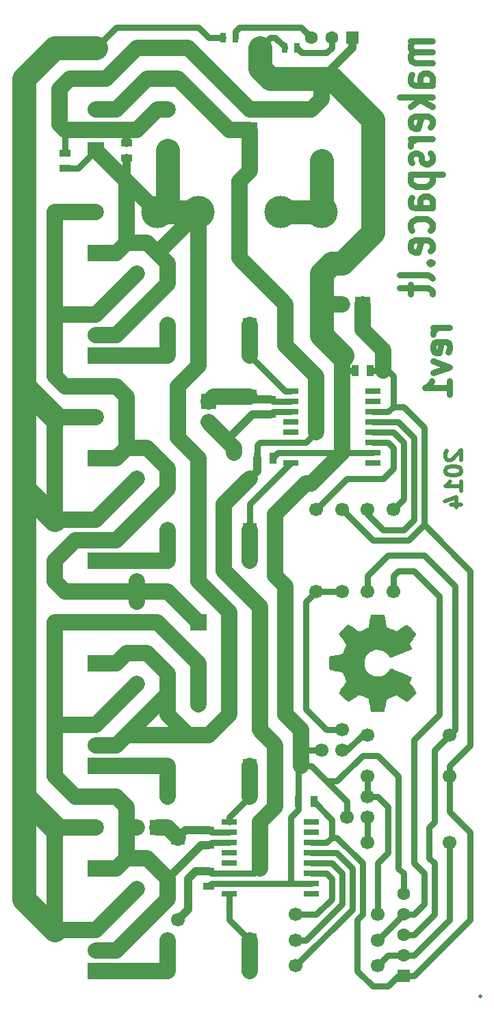
<source format=gbl>
G04 (created by PCBNEW-RS274X (2012-apr-16-27)-stable) date Sat 22 Feb 2014 12:43:39 PM EET*
G01*
G70*
G90*
%MOIN*%
G04 Gerber Fmt 3.4, Leading zero omitted, Abs format*
%FSLAX34Y34*%
G04 APERTURE LIST*
%ADD10C,0.006000*%
%ADD11C,0.029500*%
%ADD12C,0.019700*%
%ADD13C,0.030500*%
%ADD14C,0.000100*%
%ADD15C,0.019700*%
%ADD16C,0.066900*%
%ADD17R,0.078700X0.078700*%
%ADD18C,0.078700*%
%ADD19R,0.075000X0.025000*%
%ADD20R,0.055000X0.035000*%
%ADD21R,0.035000X0.055000*%
%ADD22C,0.157500*%
%ADD23R,0.066900X0.066900*%
%ADD24R,0.063000X0.063000*%
%ADD25C,0.063000*%
%ADD26R,0.074800X0.074800*%
%ADD27C,0.074800*%
%ADD28R,0.025000X0.045000*%
%ADD29C,0.039400*%
%ADD30C,0.078700*%
%ADD31C,0.118100*%
G04 APERTURE END LIST*
G54D10*
G54D11*
X21728Y32603D02*
X20940Y32603D01*
X21165Y32603D02*
X21053Y32547D01*
X20996Y32490D01*
X20940Y32378D01*
X20940Y32265D01*
X21671Y31422D02*
X21728Y31534D01*
X21728Y31759D01*
X21671Y31872D01*
X21559Y31928D01*
X21109Y31928D01*
X20996Y31872D01*
X20940Y31759D01*
X20940Y31534D01*
X20996Y31422D01*
X21109Y31366D01*
X21221Y31366D01*
X21334Y31928D01*
X20940Y30972D02*
X21728Y30691D01*
X20940Y30410D01*
X21728Y29341D02*
X21728Y30016D01*
X21728Y29679D02*
X20547Y29679D01*
X20715Y29791D01*
X20828Y29904D01*
X20884Y30016D01*
G54D12*
X21606Y26600D02*
X21569Y26563D01*
X21531Y26488D01*
X21531Y26300D01*
X21569Y26225D01*
X21606Y26188D01*
X21681Y26150D01*
X21756Y26150D01*
X21868Y26188D01*
X22318Y26638D01*
X22318Y26150D01*
X21531Y25663D02*
X21531Y25588D01*
X21569Y25513D01*
X21606Y25475D01*
X21681Y25438D01*
X21831Y25400D01*
X22018Y25400D01*
X22168Y25438D01*
X22243Y25475D01*
X22281Y25513D01*
X22318Y25588D01*
X22318Y25663D01*
X22281Y25738D01*
X22243Y25775D01*
X22168Y25813D01*
X22018Y25850D01*
X21831Y25850D01*
X21681Y25813D01*
X21606Y25775D01*
X21569Y25738D01*
X21531Y25663D01*
X22318Y24650D02*
X22318Y25100D01*
X22318Y24875D02*
X21531Y24875D01*
X21643Y24950D01*
X21718Y25025D01*
X21756Y25100D01*
X21793Y23975D02*
X22318Y23975D01*
X21494Y24163D02*
X22056Y24350D01*
X22056Y23863D01*
G54D13*
X20887Y46572D02*
X19837Y46572D01*
X19987Y46572D02*
X19912Y46513D01*
X19837Y46397D01*
X19837Y46223D01*
X19912Y46107D01*
X20062Y46049D01*
X20887Y46049D01*
X20062Y46049D02*
X19912Y45991D01*
X19837Y45874D01*
X19837Y45700D01*
X19912Y45584D01*
X20062Y45526D01*
X20887Y45526D01*
X20887Y44422D02*
X20062Y44422D01*
X19912Y44480D01*
X19837Y44596D01*
X19837Y44828D01*
X19912Y44945D01*
X20812Y44422D02*
X20887Y44538D01*
X20887Y44828D01*
X20812Y44945D01*
X20662Y45003D01*
X20512Y45003D01*
X20362Y44945D01*
X20287Y44828D01*
X20287Y44538D01*
X20212Y44422D01*
X20887Y43841D02*
X19312Y43841D01*
X20287Y43724D02*
X20887Y43376D01*
X19837Y43376D02*
X20437Y43841D01*
X20812Y42388D02*
X20887Y42504D01*
X20887Y42736D01*
X20812Y42853D01*
X20662Y42911D01*
X20062Y42911D01*
X19912Y42853D01*
X19837Y42736D01*
X19837Y42504D01*
X19912Y42388D01*
X20062Y42330D01*
X20212Y42330D01*
X20362Y42911D01*
X20887Y41807D02*
X19837Y41807D01*
X20137Y41807D02*
X19987Y41748D01*
X19912Y41690D01*
X19837Y41574D01*
X19837Y41458D01*
X20812Y41110D02*
X20887Y40993D01*
X20887Y40761D01*
X20812Y40645D01*
X20662Y40587D01*
X20587Y40587D01*
X20437Y40645D01*
X20362Y40761D01*
X20362Y40935D01*
X20287Y41052D01*
X20137Y41110D01*
X20062Y41110D01*
X19912Y41052D01*
X19837Y40935D01*
X19837Y40761D01*
X19912Y40645D01*
X19837Y40064D02*
X21412Y40064D01*
X19912Y40064D02*
X19837Y39947D01*
X19837Y39715D01*
X19912Y39599D01*
X19987Y39541D01*
X20137Y39483D01*
X20587Y39483D01*
X20737Y39541D01*
X20812Y39599D01*
X20887Y39715D01*
X20887Y39947D01*
X20812Y40064D01*
X20887Y38437D02*
X20062Y38437D01*
X19912Y38495D01*
X19837Y38611D01*
X19837Y38843D01*
X19912Y38960D01*
X20812Y38437D02*
X20887Y38553D01*
X20887Y38843D01*
X20812Y38960D01*
X20662Y39018D01*
X20512Y39018D01*
X20362Y38960D01*
X20287Y38843D01*
X20287Y38553D01*
X20212Y38437D01*
X20812Y37333D02*
X20887Y37449D01*
X20887Y37681D01*
X20812Y37797D01*
X20737Y37856D01*
X20587Y37914D01*
X20137Y37914D01*
X19987Y37856D01*
X19912Y37797D01*
X19837Y37681D01*
X19837Y37449D01*
X19912Y37333D01*
X20812Y36345D02*
X20887Y36461D01*
X20887Y36693D01*
X20812Y36810D01*
X20662Y36868D01*
X20062Y36868D01*
X19912Y36810D01*
X19837Y36693D01*
X19837Y36461D01*
X19912Y36345D01*
X20062Y36287D01*
X20212Y36287D01*
X20362Y36868D01*
X20737Y35764D02*
X20812Y35705D01*
X20887Y35764D01*
X20812Y35822D01*
X20737Y35764D01*
X20887Y35764D01*
X20887Y35008D02*
X20812Y35124D01*
X20662Y35183D01*
X19312Y35183D01*
X19837Y34718D02*
X19837Y34253D01*
X19312Y34544D02*
X20662Y34544D01*
X20812Y34485D01*
X20887Y34369D01*
X20887Y34253D01*
G54D14*
G36*
X20122Y14818D02*
X20109Y14843D01*
X20074Y14898D01*
X20023Y14977D01*
X19960Y15070D01*
X19897Y15164D01*
X19845Y15241D01*
X19811Y15295D01*
X19798Y15317D01*
X19802Y15329D01*
X19824Y15374D01*
X19858Y15438D01*
X19877Y15476D01*
X19903Y15535D01*
X19908Y15564D01*
X19900Y15569D01*
X19854Y15591D01*
X19777Y15625D01*
X19674Y15670D01*
X19555Y15721D01*
X19425Y15775D01*
X19293Y15830D01*
X19168Y15882D01*
X19055Y15929D01*
X18963Y15966D01*
X18899Y15990D01*
X18871Y15999D01*
X18865Y15996D01*
X18837Y15967D01*
X18798Y15915D01*
X18707Y15803D01*
X18569Y15693D01*
X18413Y15626D01*
X18239Y15603D01*
X18078Y15622D01*
X17923Y15686D01*
X17784Y15794D01*
X17680Y15925D01*
X17615Y16078D01*
X17593Y16250D01*
X17612Y16415D01*
X17674Y16573D01*
X17780Y16712D01*
X17848Y16771D01*
X17989Y16852D01*
X18141Y16898D01*
X18179Y16903D01*
X18345Y16896D01*
X18504Y16847D01*
X18646Y16760D01*
X18763Y16638D01*
X18774Y16623D01*
X18816Y16566D01*
X18845Y16529D01*
X18869Y16499D01*
X19378Y16710D01*
X19459Y16744D01*
X19597Y16802D01*
X19717Y16853D01*
X19813Y16894D01*
X19876Y16922D01*
X19902Y16934D01*
X19903Y16936D01*
X19906Y16954D01*
X19892Y16993D01*
X19858Y17064D01*
X19834Y17111D01*
X19808Y17165D01*
X19798Y17189D01*
X19809Y17210D01*
X19843Y17262D01*
X19894Y17337D01*
X19955Y17428D01*
X20014Y17515D01*
X20067Y17595D01*
X20104Y17653D01*
X20119Y17681D01*
X20119Y17685D01*
X20105Y17710D01*
X20067Y17756D01*
X20001Y17825D01*
X19905Y17923D01*
X19890Y17938D01*
X19808Y18019D01*
X19739Y18084D01*
X19690Y18128D01*
X19668Y18144D01*
X19668Y18144D01*
X19640Y18129D01*
X19582Y18093D01*
X19502Y18040D01*
X19407Y17976D01*
X19163Y17807D01*
X18932Y17900D01*
X18861Y17928D01*
X18775Y17964D01*
X18714Y17991D01*
X18687Y18005D01*
X18678Y18030D01*
X18663Y18093D01*
X18644Y18185D01*
X18624Y18294D01*
X18605Y18398D01*
X18587Y18492D01*
X18574Y18560D01*
X18568Y18591D01*
X18563Y18598D01*
X18548Y18604D01*
X18516Y18608D01*
X18459Y18610D01*
X18369Y18612D01*
X18239Y18612D01*
X18225Y18612D01*
X18101Y18610D01*
X18002Y18608D01*
X17937Y18605D01*
X17911Y18600D01*
X17911Y18600D01*
X17904Y18571D01*
X17890Y18504D01*
X17871Y18410D01*
X17850Y18298D01*
X17849Y18291D01*
X17827Y18179D01*
X17808Y18086D01*
X17793Y18020D01*
X17784Y17993D01*
X17776Y17987D01*
X17732Y17964D01*
X17663Y17932D01*
X17579Y17895D01*
X17491Y17859D01*
X17412Y17827D01*
X17353Y17806D01*
X17326Y17800D01*
X17326Y17800D01*
X17299Y17817D01*
X17241Y17855D01*
X17161Y17910D01*
X17066Y17975D01*
X17058Y17980D01*
X16964Y18044D01*
X16884Y18096D01*
X16827Y18131D01*
X16802Y18144D01*
X16800Y18144D01*
X16772Y18122D01*
X16718Y18074D01*
X16646Y18005D01*
X16563Y17923D01*
X16537Y17896D01*
X16447Y17805D01*
X16389Y17741D01*
X16357Y17701D01*
X16350Y17682D01*
X16351Y17681D01*
X16368Y17653D01*
X16407Y17593D01*
X16462Y17512D01*
X16527Y17416D01*
X16531Y17410D01*
X16595Y17315D01*
X16649Y17237D01*
X16686Y17181D01*
X16700Y17156D01*
X16700Y17152D01*
X16689Y17114D01*
X16666Y17047D01*
X16634Y16964D01*
X16599Y16877D01*
X16565Y16797D01*
X16538Y16738D01*
X16522Y16710D01*
X16521Y16709D01*
X16487Y16699D01*
X16416Y16683D01*
X16319Y16662D01*
X16203Y16641D01*
X16185Y16637D01*
X16072Y16616D01*
X15979Y16598D01*
X15915Y16584D01*
X15888Y16578D01*
X15885Y16562D01*
X15881Y16507D01*
X15878Y16423D01*
X15877Y16321D01*
X15878Y16214D01*
X15880Y16110D01*
X15883Y16021D01*
X15888Y15957D01*
X15893Y15930D01*
X15895Y15929D01*
X15930Y15920D01*
X16000Y15904D01*
X16098Y15884D01*
X16214Y15862D01*
X16235Y15858D01*
X16347Y15837D01*
X16439Y15818D01*
X16502Y15804D01*
X16527Y15797D01*
X16532Y15787D01*
X16553Y15741D01*
X16584Y15666D01*
X16622Y15572D01*
X16709Y15356D01*
X16527Y15091D01*
X16511Y15067D01*
X16446Y14971D01*
X16394Y14893D01*
X16359Y14838D01*
X16346Y14816D01*
X16347Y14814D01*
X16370Y14787D01*
X16419Y14735D01*
X16489Y14663D01*
X16572Y14580D01*
X16634Y14518D01*
X16708Y14445D01*
X16758Y14399D01*
X16790Y14373D01*
X16810Y14364D01*
X16823Y14367D01*
X16850Y14384D01*
X16908Y14423D01*
X16989Y14477D01*
X17082Y14542D01*
X17161Y14595D01*
X17250Y14653D01*
X17313Y14690D01*
X17344Y14703D01*
X17357Y14700D01*
X17409Y14681D01*
X17488Y14650D01*
X17581Y14610D01*
X17791Y14518D01*
X17817Y14380D01*
X17833Y14297D01*
X17856Y14180D01*
X17877Y14068D01*
X17911Y13894D01*
X18551Y13888D01*
X18563Y13915D01*
X18570Y13941D01*
X18584Y14005D01*
X18602Y14097D01*
X18623Y14206D01*
X18640Y14299D01*
X18658Y14392D01*
X18671Y14459D01*
X18677Y14489D01*
X18687Y14496D01*
X18733Y14520D01*
X18804Y14553D01*
X18891Y14590D01*
X18980Y14627D01*
X19063Y14660D01*
X19126Y14683D01*
X19159Y14692D01*
X19183Y14679D01*
X19238Y14644D01*
X19316Y14592D01*
X19409Y14529D01*
X19502Y14465D01*
X19581Y14412D01*
X19638Y14374D01*
X19664Y14359D01*
X19682Y14367D01*
X19727Y14404D01*
X19799Y14474D01*
X19902Y14578D01*
X19919Y14595D01*
X19998Y14678D01*
X20063Y14748D01*
X20106Y14796D01*
X20122Y14818D01*
X20122Y14818D01*
G37*
G54D15*
X23250Y00000D03*
G54D16*
X15500Y12000D03*
X16500Y12000D03*
X16500Y13000D03*
X16750Y08750D03*
X17750Y08750D03*
X17750Y09750D03*
G54D17*
X04500Y41250D03*
G54D18*
X04500Y42250D03*
X04500Y43250D03*
G54D17*
X04500Y21250D03*
G54D18*
X04500Y22250D03*
X04500Y23250D03*
G54D17*
X04500Y31250D03*
G54D18*
X04500Y32250D03*
X04500Y33250D03*
G54D17*
X04500Y01250D03*
G54D18*
X04500Y02250D03*
X04500Y03250D03*
G54D17*
X04500Y11250D03*
G54D18*
X04500Y12250D03*
X04500Y13250D03*
G54D19*
X14000Y26000D03*
X14000Y26500D03*
X14000Y27000D03*
X14000Y27500D03*
X14000Y28000D03*
X14000Y28500D03*
X14000Y29000D03*
X14000Y29500D03*
X18000Y29500D03*
X18000Y29000D03*
X18000Y28500D03*
X18000Y28000D03*
X18000Y27500D03*
X18000Y27000D03*
X18000Y26500D03*
X18000Y26000D03*
X11000Y05000D03*
X11000Y05500D03*
X11000Y06000D03*
X11000Y06500D03*
X11000Y07000D03*
X11000Y07500D03*
X11000Y08000D03*
X11000Y08500D03*
X15000Y08500D03*
X15000Y08000D03*
X15000Y07500D03*
X15000Y07000D03*
X15000Y06500D03*
X15000Y06000D03*
X15000Y05500D03*
X15000Y05000D03*
G54D20*
X10000Y06125D03*
X10000Y05375D03*
X13000Y29125D03*
X13000Y28375D03*
X05500Y43125D03*
X05500Y42375D03*
G54D21*
X12375Y26250D03*
X13125Y26250D03*
X15125Y09500D03*
X14375Y09500D03*
G54D20*
X10000Y08125D03*
X10000Y07375D03*
G54D21*
X17875Y30500D03*
X17125Y30500D03*
G54D20*
X03000Y40375D03*
X03000Y41125D03*
X06000Y40875D03*
X06000Y41625D03*
G54D18*
X04500Y46250D03*
X12500Y46250D03*
G54D16*
X21750Y10750D03*
X17750Y10750D03*
X06500Y11250D03*
X06500Y15250D03*
X08000Y01250D03*
X12000Y01250D03*
X08000Y09750D03*
X12000Y09750D03*
X21750Y07500D03*
X17750Y07500D03*
X14250Y04000D03*
X18250Y04000D03*
X19000Y19750D03*
X19000Y23750D03*
X06500Y01250D03*
X06500Y05250D03*
X06500Y31250D03*
X06500Y35250D03*
X06500Y21250D03*
X06500Y25250D03*
X12000Y31250D03*
X08000Y31250D03*
X12000Y21250D03*
X08000Y21250D03*
X17750Y12750D03*
X21750Y12750D03*
X16500Y19750D03*
X16500Y23750D03*
X17750Y19750D03*
X17750Y23750D03*
X15250Y19750D03*
X15250Y23750D03*
X14250Y02750D03*
X18250Y02750D03*
X14250Y01500D03*
X18250Y01500D03*
G54D22*
X15500Y38250D03*
X13500Y38250D03*
X09500Y38250D03*
X07500Y38250D03*
G54D17*
X04500Y16250D03*
G54D18*
X04500Y18250D03*
G54D17*
X04500Y06250D03*
G54D18*
X04500Y08250D03*
G54D17*
X04500Y36250D03*
G54D18*
X04500Y38250D03*
G54D17*
X04500Y26250D03*
G54D18*
X04500Y28250D03*
G54D23*
X12000Y22750D03*
G54D16*
X08000Y22750D03*
G54D23*
X08500Y07750D03*
G54D16*
X08500Y03750D03*
G54D23*
X12000Y11250D03*
G54D16*
X08000Y11250D03*
G54D23*
X12000Y02750D03*
G54D16*
X08000Y02750D03*
G54D23*
X12000Y32750D03*
G54D16*
X08000Y32750D03*
G54D23*
X12000Y29250D03*
G54D16*
X12000Y25250D03*
G54D24*
X19500Y01000D03*
G54D25*
X19500Y02000D03*
X19500Y03000D03*
X19500Y04000D03*
X19500Y05000D03*
G54D24*
X17000Y46750D03*
G54D25*
X16000Y46750D03*
X15000Y46750D03*
G54D17*
X15500Y44750D03*
G54D18*
X15500Y40750D03*
G54D17*
X09500Y18250D03*
G54D18*
X09500Y14250D03*
G54D17*
X08000Y41250D03*
G54D18*
X08000Y43250D03*
G54D26*
X17500Y33750D03*
G54D27*
X16500Y33750D03*
G54D26*
X07500Y08250D03*
G54D27*
X06500Y08250D03*
G54D26*
X10000Y29000D03*
G54D27*
X10000Y28000D03*
G54D26*
X12000Y42250D03*
G54D27*
X12000Y43250D03*
G54D25*
X06500Y18250D03*
X06500Y20250D03*
X06500Y19250D03*
G54D16*
X11250Y26500D03*
X07250Y26500D03*
G54D28*
X10700Y46750D03*
X11300Y46750D03*
X13700Y46250D03*
X14300Y46250D03*
G54D11*
X12500Y27000D02*
X12375Y26875D01*
G54D29*
X05500Y43125D02*
X05500Y43250D01*
G54D11*
X14000Y27000D02*
X14750Y27000D01*
G54D30*
X13250Y09250D02*
X12500Y08500D01*
X12000Y40250D02*
X12000Y42250D01*
G54D11*
X14000Y27000D02*
X12500Y27000D01*
G54D30*
X05500Y43250D02*
X04500Y43250D01*
G54D11*
X11000Y06000D02*
X10125Y06000D01*
G54D30*
X12000Y40250D02*
X11500Y39750D01*
X12500Y19000D02*
X12500Y13000D01*
X12500Y08500D02*
X12500Y06250D01*
G54D29*
X09000Y04250D02*
X08500Y03750D01*
G54D30*
X12000Y25250D02*
X12000Y25250D01*
G54D11*
X14750Y27000D02*
X15250Y27500D01*
X10125Y06000D02*
X10000Y06125D01*
G54D30*
X13250Y12250D02*
X13250Y09250D01*
G54D29*
X09375Y06125D02*
X09000Y05750D01*
G54D30*
X12000Y42250D02*
X11000Y42250D01*
G54D11*
X11000Y06000D02*
X12250Y06000D01*
G54D30*
X15250Y30250D02*
X15250Y27500D01*
X13750Y31750D02*
X15250Y30250D01*
G54D29*
X12375Y25625D02*
X12000Y25250D01*
X12375Y26250D02*
X12375Y25625D01*
G54D30*
X12000Y25250D02*
X10750Y24000D01*
X13750Y33750D02*
X13750Y31750D01*
X10750Y24000D02*
X10750Y20750D01*
X07000Y44750D02*
X05500Y43250D01*
X08500Y44750D02*
X07000Y44750D01*
G54D11*
X12250Y06000D02*
X12500Y06250D01*
G54D30*
X11500Y39750D02*
X11500Y36000D01*
X11000Y42250D02*
X08500Y44750D01*
X11500Y36000D02*
X13750Y33750D01*
X12500Y13000D02*
X13250Y12250D01*
G54D29*
X10000Y06125D02*
X09375Y06125D01*
G54D30*
X10750Y20750D02*
X12500Y19000D01*
G54D29*
X09000Y05750D02*
X09000Y04250D01*
G54D11*
X12375Y26875D02*
X12375Y26250D01*
G54D30*
X09500Y26250D02*
X08500Y27250D01*
X09500Y38250D02*
X07500Y36250D01*
X07000Y36750D02*
X07500Y36250D01*
X08500Y29750D02*
X09500Y30750D01*
G54D11*
X03000Y40375D02*
X03625Y40375D01*
G54D30*
X08000Y13750D02*
X08000Y14250D01*
X06000Y12750D02*
X05500Y12250D01*
G54D31*
X08000Y41250D02*
X08000Y38750D01*
X09500Y38250D02*
X07500Y38250D01*
G54D30*
X09500Y34250D02*
X09500Y33250D01*
X09500Y38250D02*
X09500Y34250D01*
G54D29*
X06000Y40875D02*
X06000Y39750D01*
G54D30*
X07500Y36250D02*
X08000Y35750D01*
X06000Y16750D02*
X07000Y16750D01*
X11000Y18750D02*
X11000Y13750D01*
X05500Y32250D02*
X04500Y32250D01*
X08000Y34750D02*
X05500Y32250D01*
X09500Y32750D02*
X09500Y32250D01*
X07500Y38250D02*
X06000Y39750D01*
X08000Y15750D02*
X08000Y14750D01*
X05500Y12250D02*
X04500Y12250D01*
X06000Y12750D02*
X08000Y14750D01*
X11000Y13750D02*
X10000Y12750D01*
X07000Y16750D02*
X08000Y15750D01*
X06000Y36750D02*
X07000Y36750D01*
X08000Y38750D02*
X07500Y38250D01*
X05500Y16250D02*
X06000Y16750D01*
X04500Y41250D02*
X06000Y39750D01*
X08500Y29750D02*
X08500Y27250D01*
X05500Y36250D02*
X06000Y36750D01*
X09000Y12750D02*
X06000Y12750D01*
X08000Y35750D02*
X08000Y34750D01*
X08000Y14750D02*
X08000Y14250D01*
G54D31*
X08000Y38750D02*
X07500Y38250D01*
G54D30*
X09500Y26250D02*
X09500Y20250D01*
X09500Y20250D02*
X11000Y18750D01*
X09500Y33250D02*
X09500Y32750D01*
X04500Y36250D02*
X05500Y36250D01*
X09500Y32250D02*
X09500Y30750D01*
X08000Y14250D02*
X08000Y14750D01*
X06000Y39750D02*
X06000Y36750D01*
X09000Y12750D02*
X08000Y13750D01*
G54D11*
X03625Y40375D02*
X04500Y41250D01*
G54D30*
X04500Y16250D02*
X05500Y16250D01*
X10000Y12750D02*
X09000Y12750D01*
G54D11*
X16500Y23750D02*
X18000Y22250D01*
X19000Y28750D02*
X19000Y29000D01*
G54D30*
X17500Y33750D02*
X17500Y32500D01*
G54D11*
X16000Y08625D02*
X15125Y09500D01*
X16000Y08000D02*
X16000Y08625D01*
X21750Y09000D02*
X21750Y10750D01*
X15750Y07500D02*
X16000Y07750D01*
G54D30*
X17500Y32500D02*
X18500Y31500D01*
X18500Y31500D02*
X18500Y30500D01*
G54D11*
X19750Y22250D02*
X20500Y23000D01*
X21750Y10750D02*
X21750Y11250D01*
X18000Y22250D02*
X19750Y22250D01*
X19000Y29000D02*
X19000Y30250D01*
X19500Y01000D02*
X19250Y01000D01*
X20500Y23000D02*
X20500Y23250D01*
X20500Y27750D02*
X19500Y28750D01*
X18000Y00500D02*
X17250Y01250D01*
X15000Y07500D02*
X15750Y07500D01*
X18750Y30500D02*
X18500Y30500D01*
X16000Y07750D02*
X16000Y08000D01*
X22750Y20750D02*
X20500Y23000D01*
X19500Y28750D02*
X19000Y28750D01*
X17250Y01250D02*
X17250Y03750D01*
X19250Y01000D02*
X18750Y00500D01*
X18000Y28500D02*
X18750Y28500D01*
X22000Y08750D02*
X21750Y09000D01*
X18750Y28500D02*
X19000Y28750D01*
X17250Y03750D02*
X17500Y04000D01*
X22750Y03750D02*
X22750Y08000D01*
X18750Y00500D02*
X18000Y00500D01*
X19000Y30250D02*
X18750Y30500D01*
X17500Y06500D02*
X16250Y07750D01*
X16250Y07750D02*
X16000Y07750D01*
X18500Y30500D02*
X17875Y30500D01*
X17500Y04000D02*
X17500Y06500D01*
X19500Y01000D02*
X20000Y01000D01*
X22750Y12250D02*
X22750Y20750D01*
X21750Y11250D02*
X22750Y12250D01*
X20000Y01000D02*
X22750Y03750D01*
X22750Y08000D02*
X22000Y08750D01*
X20500Y23250D02*
X20500Y27750D01*
G54D30*
X08000Y24750D02*
X05500Y22250D01*
X06000Y29250D02*
X06000Y26750D01*
X08000Y25750D02*
X08000Y24750D01*
X06500Y35250D02*
X04500Y33250D01*
X06500Y19250D02*
X06500Y19750D01*
X06000Y26750D02*
X07000Y26750D01*
X04500Y22250D02*
X03500Y22250D01*
X03000Y29750D02*
X05500Y29750D01*
X02500Y30250D02*
X03000Y29750D01*
X05500Y29750D02*
X06000Y29250D01*
X07000Y26750D02*
X08000Y25750D01*
X03000Y19750D02*
X06500Y19750D01*
X04500Y26250D02*
X05500Y26250D01*
X02500Y33250D02*
X02500Y30250D01*
X06500Y20250D02*
X06500Y19750D01*
X02500Y38250D02*
X04500Y38250D01*
X02500Y33250D02*
X02500Y38250D01*
X03500Y22250D02*
X02500Y21250D01*
X02500Y21250D02*
X02500Y20250D01*
X05500Y26250D02*
X06000Y26750D01*
X02500Y33250D02*
X04500Y33250D01*
X09500Y18250D02*
X08000Y19750D01*
X08000Y19750D02*
X06500Y19750D01*
X05500Y22250D02*
X04500Y22250D01*
X02500Y20250D02*
X03000Y19750D01*
X07250Y26500D02*
X07000Y26750D01*
X09500Y14750D02*
X09500Y16250D01*
X08000Y04750D02*
X05500Y02250D01*
X02500Y10750D02*
X03500Y09750D01*
X07500Y18250D02*
X04500Y18250D01*
X08000Y05750D02*
X08000Y04750D01*
X03500Y09750D02*
X05500Y09750D01*
X06000Y06750D02*
X07000Y06750D01*
X05500Y02250D02*
X04500Y02250D01*
X09500Y16250D02*
X07500Y18250D01*
X06500Y18250D02*
X04500Y18250D01*
X02500Y13250D02*
X04500Y13250D01*
X02500Y13250D02*
X02500Y18250D01*
G54D11*
X10125Y07500D02*
X10000Y07375D01*
G54D30*
X06000Y09250D02*
X06000Y08250D01*
X05500Y09750D02*
X06000Y09250D01*
X06500Y08250D02*
X06000Y08250D01*
X06000Y08250D02*
X06000Y06750D01*
X05500Y06250D02*
X06000Y06750D01*
X07000Y06750D02*
X08000Y05750D01*
X06000Y14750D02*
X04500Y13250D01*
X09500Y14250D02*
X09500Y14750D01*
G54D11*
X11000Y07500D02*
X10125Y07500D01*
G54D30*
X02500Y18250D02*
X04500Y18250D01*
X04500Y06250D02*
X05500Y06250D01*
G54D29*
X10000Y07375D02*
X09625Y07375D01*
X09625Y07375D02*
X08000Y05750D01*
G54D30*
X02500Y13250D02*
X02500Y10750D01*
X06500Y15250D02*
X06000Y14750D01*
X02500Y28250D02*
X04500Y28250D01*
G54D31*
X01000Y04750D02*
X02500Y03250D01*
X01000Y44750D02*
X01000Y29750D01*
X01000Y09750D02*
X02500Y08250D01*
G54D11*
X05500Y47250D02*
X04500Y46250D01*
X09500Y47250D02*
X05500Y47250D01*
G54D31*
X01000Y24750D02*
X02500Y23250D01*
X01000Y24750D02*
X01000Y09750D01*
X04500Y46250D02*
X02500Y46250D01*
G54D11*
X10000Y46750D02*
X09500Y47250D01*
G54D30*
X04500Y23250D02*
X02500Y23250D01*
X06500Y25250D02*
X04500Y23250D01*
G54D31*
X01000Y29750D02*
X02500Y28250D01*
G54D11*
X10700Y46750D02*
X10000Y46750D01*
G54D31*
X01000Y29750D02*
X01000Y24250D01*
X02500Y46250D02*
X01000Y44750D01*
G54D30*
X02500Y08250D02*
X04500Y08250D01*
X02500Y23250D02*
X02500Y28250D01*
X04500Y03250D02*
X02500Y03250D01*
G54D31*
X01000Y09750D02*
X01000Y04750D01*
X01000Y24250D02*
X01000Y24750D01*
G54D30*
X06500Y05250D02*
X04500Y03250D01*
X02500Y03250D02*
X02500Y08250D01*
X12000Y43250D02*
X15000Y43250D01*
X14750Y25000D02*
X15000Y25000D01*
X06500Y42250D02*
X06000Y42250D01*
G54D11*
X03000Y41125D02*
X03000Y42250D01*
G54D31*
X16000Y44750D02*
X15500Y44750D01*
G54D30*
X02750Y44250D02*
X03250Y44750D01*
G54D11*
X16750Y30500D02*
X16500Y30500D01*
G54D29*
X17000Y46250D02*
X15500Y44750D01*
G54D11*
X13000Y46750D02*
X12500Y46250D01*
G54D31*
X13000Y44750D02*
X12500Y45250D01*
G54D30*
X15000Y43250D02*
X15500Y43750D01*
G54D31*
X16000Y44750D02*
X18000Y42750D01*
G54D30*
X08000Y43250D02*
X07500Y43250D01*
X13250Y20500D02*
X13250Y23500D01*
G54D11*
X14000Y26500D02*
X13375Y26500D01*
G54D30*
X16500Y33750D02*
X15500Y33750D01*
G54D31*
X15500Y35250D02*
X15500Y34000D01*
G54D11*
X13700Y46300D02*
X13250Y46750D01*
G54D31*
X18000Y42750D02*
X18000Y37250D01*
G54D11*
X16500Y26500D02*
X18000Y26500D01*
X16250Y10500D02*
X15750Y10500D01*
X13700Y46250D02*
X13700Y46300D01*
G54D30*
X04500Y42250D02*
X03000Y42250D01*
G54D11*
X15500Y12000D02*
X14500Y12000D01*
G54D31*
X15500Y44750D02*
X13000Y44750D01*
G54D30*
X14500Y12000D02*
X14500Y13000D01*
X14500Y11500D02*
X14500Y12000D01*
X03000Y42250D02*
X02750Y42500D01*
X05000Y44750D02*
X06500Y46250D01*
G54D11*
X13375Y26500D02*
X13125Y26250D01*
X14000Y26500D02*
X16500Y26500D01*
G54D30*
X14500Y13000D02*
X13750Y13750D01*
X13250Y23500D02*
X14750Y25000D01*
X15500Y33750D02*
X15750Y34000D01*
G54D11*
X16500Y30500D02*
X16750Y30500D01*
G54D31*
X16500Y35750D02*
X16000Y35750D01*
G54D30*
X02750Y42500D02*
X02750Y44250D01*
G54D31*
X16000Y35750D02*
X15500Y35250D01*
G54D30*
X09000Y46250D02*
X12000Y43250D01*
G54D11*
X16750Y08750D02*
X16750Y09500D01*
G54D30*
X06000Y42250D02*
X04500Y42250D01*
G54D11*
X19500Y05000D02*
X19500Y06000D01*
X14375Y09125D02*
X14000Y08750D01*
X14000Y08750D02*
X14000Y05500D01*
X14375Y11125D02*
X14500Y11250D01*
X14375Y09500D02*
X14375Y09125D01*
X15750Y10500D02*
X15000Y11250D01*
X16750Y09500D02*
X15750Y10500D01*
G54D30*
X15750Y34000D02*
X15500Y34000D01*
G54D11*
X10125Y05500D02*
X10000Y05375D01*
X11000Y05500D02*
X10125Y05500D01*
X11000Y05500D02*
X14000Y05500D01*
X14000Y05500D02*
X15000Y05500D01*
X17500Y11750D02*
X16250Y10500D01*
X18250Y11750D02*
X17500Y11750D01*
X19250Y10750D02*
X18250Y11750D01*
X19250Y06250D02*
X19250Y10750D01*
X19500Y06000D02*
X19250Y06250D01*
X15000Y11250D02*
X14500Y11250D01*
G54D30*
X13750Y13750D02*
X13750Y20000D01*
X03250Y44750D02*
X05000Y44750D01*
X16500Y30500D02*
X16500Y26500D01*
X06500Y46250D02*
X09000Y46250D01*
G54D29*
X04625Y42375D02*
X04500Y42250D01*
G54D31*
X18000Y37250D02*
X16500Y35750D01*
G54D30*
X13750Y20000D02*
X13250Y20500D01*
G54D11*
X14375Y09500D02*
X14375Y11125D01*
G54D30*
X15000Y25000D02*
X16500Y26500D01*
G54D11*
X13250Y46750D02*
X13000Y46750D01*
G54D31*
X15500Y32250D02*
X16500Y31250D01*
G54D29*
X06000Y41625D02*
X06000Y42250D01*
G54D11*
X17125Y30500D02*
X16500Y30500D01*
G54D30*
X07500Y43250D02*
X06500Y42250D01*
X16500Y30500D02*
X16500Y31250D01*
G54D31*
X12500Y45250D02*
X12500Y46250D01*
G54D29*
X05500Y42375D02*
X05500Y42250D01*
G54D31*
X15500Y34000D02*
X15500Y32250D01*
G54D30*
X14500Y11250D02*
X14500Y11500D01*
G54D29*
X05500Y42250D02*
X05500Y42375D01*
X17000Y46750D02*
X17000Y46250D01*
X05500Y42375D02*
X04625Y42375D01*
G54D30*
X15500Y43750D02*
X15500Y44750D01*
G54D11*
X14500Y47250D02*
X15000Y46750D01*
X11500Y47250D02*
X14500Y47250D01*
X11300Y47050D02*
X11500Y47250D01*
X11300Y46750D02*
X11300Y47050D01*
G54D30*
X08000Y01250D02*
X08000Y02750D01*
X08000Y01250D02*
X06500Y01250D01*
X06500Y01250D02*
X04500Y01250D01*
X08000Y08250D02*
X08500Y07750D01*
G54D29*
X08875Y08125D02*
X08500Y07750D01*
G54D11*
X10125Y08000D02*
X10000Y08125D01*
X11000Y08000D02*
X10125Y08000D01*
G54D30*
X07500Y08250D02*
X08000Y08250D01*
G54D29*
X10000Y08125D02*
X08875Y08125D01*
X13000Y29125D02*
X12125Y29125D01*
G54D30*
X12000Y29250D02*
X10250Y29250D01*
G54D11*
X14000Y29000D02*
X13125Y29000D01*
G54D29*
X12125Y29125D02*
X12000Y29250D01*
G54D11*
X13125Y29000D02*
X13000Y29125D01*
G54D30*
X10250Y29250D02*
X10000Y29000D01*
G54D11*
X17750Y12750D02*
X17500Y12750D01*
X17500Y12750D02*
X16750Y12000D01*
X16750Y12000D02*
X16500Y12000D01*
X12000Y22750D02*
X12000Y24000D01*
X12000Y24000D02*
X14000Y26000D01*
G54D30*
X12000Y21250D02*
X12000Y22750D01*
G54D11*
X11000Y08750D02*
X12000Y09750D01*
G54D30*
X12000Y11250D02*
X12000Y09750D01*
G54D11*
X11000Y08500D02*
X11000Y08750D01*
X16750Y25250D02*
X15250Y23750D01*
X18500Y25250D02*
X16750Y25250D01*
X19000Y26000D02*
X19000Y25750D01*
X19000Y25750D02*
X18500Y25250D01*
X18750Y27000D02*
X19000Y26750D01*
X19000Y26750D02*
X19000Y26000D01*
X18000Y27000D02*
X18750Y27000D01*
X19000Y27500D02*
X19500Y27000D01*
X19500Y24250D02*
X19000Y23750D01*
X18000Y27500D02*
X19000Y27500D01*
X19500Y27000D02*
X19500Y24250D01*
X18250Y02750D02*
X19500Y04000D01*
X21250Y13750D02*
X20000Y12500D01*
X19250Y20750D02*
X20000Y20750D01*
X19000Y19750D02*
X19000Y20500D01*
X21250Y19500D02*
X21250Y13750D01*
X20500Y04500D02*
X20500Y06000D01*
X20000Y20750D02*
X21250Y19500D01*
X20000Y12500D02*
X20000Y07500D01*
X19000Y20500D02*
X19250Y20750D01*
X20500Y06000D02*
X20000Y06500D01*
X20000Y04000D02*
X19500Y04000D01*
X20000Y04000D02*
X20500Y04500D01*
X20000Y06500D02*
X20000Y07500D01*
X16000Y46750D02*
X16000Y46250D01*
X15750Y46000D02*
X14550Y46000D01*
X16000Y46250D02*
X15750Y46000D01*
X14550Y46000D02*
X14300Y46250D01*
G54D31*
X15500Y38250D02*
X13500Y38250D01*
X15500Y40750D02*
X15500Y38250D01*
G54D11*
X15250Y19750D02*
X14750Y19250D01*
X15750Y13000D02*
X16500Y13000D01*
X14750Y14000D02*
X15750Y13000D01*
X14750Y19250D02*
X14750Y14000D01*
X16500Y19750D02*
X15250Y19750D01*
G54D30*
X08000Y22750D02*
X08000Y21250D01*
X06500Y21250D02*
X04500Y21250D01*
X08000Y21250D02*
X06500Y21250D01*
G54D11*
X17000Y04250D02*
X14250Y01500D01*
X16250Y07000D02*
X17000Y06250D01*
X15000Y07000D02*
X16250Y07000D01*
X17000Y06250D02*
X17000Y04250D01*
X16500Y06000D02*
X16500Y04500D01*
X16000Y06500D02*
X16500Y06000D01*
X16500Y04500D02*
X14750Y02750D01*
X14750Y02750D02*
X14250Y02750D01*
X15000Y06500D02*
X16000Y06500D01*
X15000Y06000D02*
X15750Y06000D01*
X15250Y04000D02*
X14250Y04000D01*
X16000Y04750D02*
X15250Y04000D01*
X16000Y05750D02*
X16000Y04750D01*
X15750Y06000D02*
X16000Y05750D01*
X17750Y08750D02*
X17750Y07500D01*
X19500Y02000D02*
X20000Y02000D01*
X21750Y03750D02*
X21750Y07500D01*
X20000Y02000D02*
X21750Y03750D01*
X19500Y02000D02*
X18750Y02000D01*
X18750Y02000D02*
X18250Y01500D01*
X18000Y28000D02*
X19250Y28000D01*
X19500Y22750D02*
X18500Y22750D01*
X20000Y27250D02*
X20000Y23250D01*
X19250Y28000D02*
X20000Y27250D01*
X20000Y23250D02*
X19500Y22750D01*
X18500Y22750D02*
X17750Y23500D01*
X17750Y23500D02*
X17750Y23750D01*
X18250Y06500D02*
X18750Y07000D01*
X18250Y04000D02*
X18250Y06500D01*
X18750Y07000D02*
X18750Y09250D01*
X17750Y09750D02*
X17750Y10750D01*
X18750Y09250D02*
X18250Y09750D01*
X18250Y09750D02*
X17750Y09750D01*
G54D30*
X08000Y11250D02*
X08000Y09750D01*
X06500Y11250D02*
X04500Y11250D01*
X08000Y11250D02*
X06500Y11250D01*
X06500Y31250D02*
X04500Y31250D01*
X06500Y31250D02*
X08000Y31250D01*
X08000Y31250D02*
X08000Y32750D01*
G54D11*
X14000Y29500D02*
X13750Y29500D01*
X13750Y29500D02*
X12000Y31250D01*
G54D30*
X12000Y31250D02*
X12000Y32750D01*
X10875Y27125D02*
X10000Y28000D01*
G54D29*
X13000Y28375D02*
X12125Y28375D01*
G54D11*
X14000Y28500D02*
X13125Y28500D01*
G54D29*
X12125Y28375D02*
X10875Y27125D01*
G54D30*
X11250Y26500D02*
X11250Y26750D01*
X11250Y26750D02*
X10875Y27125D01*
G54D11*
X13125Y28500D02*
X13000Y28375D01*
X20500Y21500D02*
X18750Y21500D01*
X18750Y21500D02*
X17750Y20500D01*
X17750Y20500D02*
X17750Y19750D01*
X21750Y12750D02*
X22000Y13000D01*
X21000Y12000D02*
X21000Y08500D01*
X21750Y12750D02*
X21000Y12000D01*
X21000Y06500D02*
X20750Y06750D01*
X20750Y06750D02*
X20750Y07750D01*
X21000Y08500D02*
X20750Y08250D01*
X22000Y20000D02*
X20500Y21500D01*
X22000Y13000D02*
X22000Y20000D01*
X20750Y08250D02*
X20750Y07750D01*
X21000Y06250D02*
X21000Y06500D01*
X20000Y03000D02*
X21000Y04000D01*
X21000Y04000D02*
X21000Y06250D01*
X20000Y03000D02*
X19500Y03000D01*
X11000Y05000D02*
X11000Y03750D01*
X11000Y03750D02*
X12000Y02750D01*
G54D30*
X12000Y02750D02*
X12000Y01250D01*
M02*

</source>
